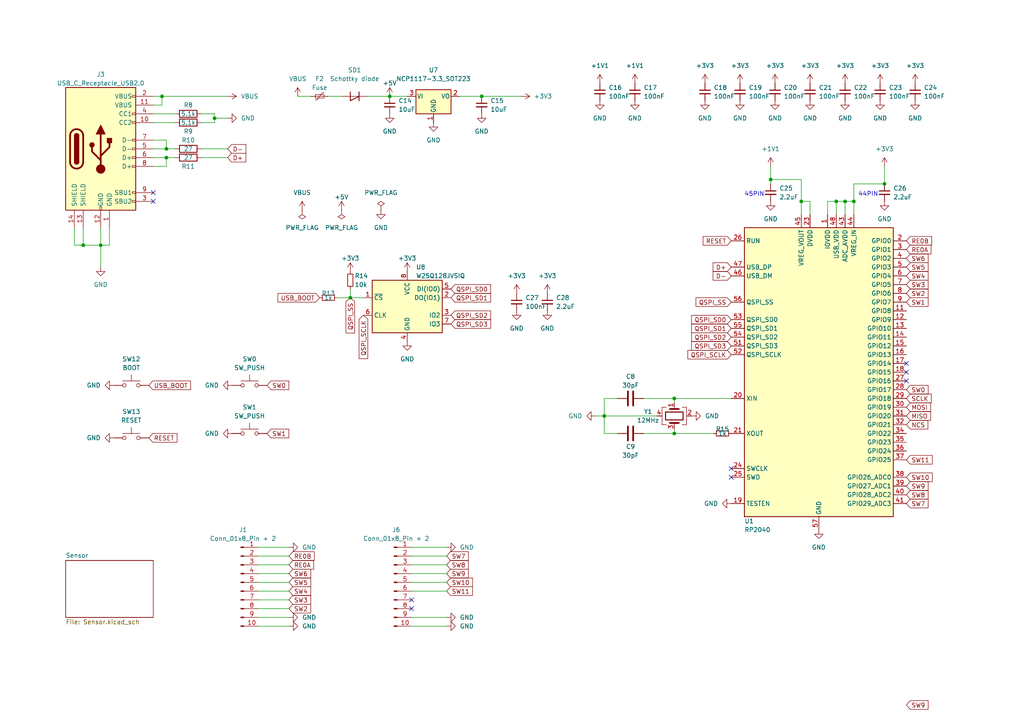
<source format=kicad_sch>
(kicad_sch (version 20230121) (generator eeschema)
  (paper "A4")
  (lib_symbols
    (symbol "Connector:Conn_01x10_Pin" (pin_names (offset 1.016) hide)
      (property "Reference" "J" (at 0 12.7 0))
      (property "Value" "Conn_01x10_Pin" (at 0 -15.24 0))
      (symbol "Conn_01x10_Pin_1_1"
        (polyline (pts (xy 1.27 -12.7) (xy 0.8636 -12.7)) (stroke (width 0.1524)))
        (polyline (pts (xy 1.27 -10.16) (xy 0.8636 -10.16)) (stroke (width 0.1524)))
        (polyline (pts (xy 1.27 -7.62) (xy 0.8636 -7.62)) (stroke (width 0.1524)))
        (polyline (pts (xy 1.27 -5.08) (xy 0.8636 -5.08)) (stroke (width 0.1524)))
        (polyline (pts (xy 1.27 -2.54) (xy 0.8636 -2.54)) (stroke (width 0.1524)))
        (polyline (pts (xy 1.27 0) (xy 0.8636 0)) (stroke (width 0.1524)))
        (polyline (pts (xy 1.27 2.54) (xy 0.8636 2.54)) (stroke (width 0.1524)))
        (polyline (pts (xy 1.27 5.08) (xy 0.8636 5.08)) (stroke (width 0.1524)))
        (polyline (pts (xy 1.27 7.62) (xy 0.8636 7.62)) (stroke (width 0.1524)))
        (polyline (pts (xy 1.27 10.16) (xy 0.8636 10.16)) (stroke (width 0.1524)))
        (rectangle (start 0.8636 -12.573) (end 0 -12.827) (stroke (width 0.1524)) (fill (type outline)))
        (rectangle (start 0.8636 -10.033) (end 0 -10.287) (stroke (width 0.1524)) (fill (type outline)))
        (rectangle (start 0.8636 -7.493) (end 0 -7.747) (stroke (width 0.1524)) (fill (type outline)))
        (rectangle (start 0.8636 -4.953) (end 0 -5.207) (stroke (width 0.1524)) (fill (type outline)))
        (rectangle (start 0.8636 -2.413) (end 0 -2.667) (stroke (width 0.1524)) (fill (type outline)))
        (rectangle (start 0.8636 0.127) (end 0 -0.127) (stroke (width 0.1524)) (fill (type outline)))
        (rectangle (start 0.8636 2.667) (end 0 2.413) (stroke (width 0.1524)) (fill (type outline)))
        (rectangle (start 0.8636 5.207) (end 0 4.953) (stroke (width 0.1524)) (fill (type outline)))
        (rectangle (start 0.8636 7.747) (end 0 7.493) (stroke (width 0.1524)) (fill (type outline)))
        (rectangle (start 0.8636 10.287) (end 0 10.033) (stroke (width 0.1524)) (fill (type outline)))
        (pin passive line (at 5.08 10.16 180) (length 3.81) (name "Pin_1") (number "1"))
        (pin passive line (at 5.08 -12.7 180) (length 3.81) (name "Pin_10") (number "10"))
        (pin passive line (at 5.08 7.62 180) (length 3.81) (name "Pin_2") (number "2"))
        (pin passive line (at 5.08 5.08 180) (length 3.81) (name "Pin_3") (number "3"))
        (pin passive line (at 5.08 2.54 180) (length 3.81) (name "Pin_4") (number "4"))
        (pin passive line (at 5.08 0 180) (length 3.81) (name "Pin_5") (number "5"))
        (pin passive line (at 5.08 -2.54 180) (length 3.81) (name "Pin_6") (number "6"))
        (pin passive line (at 5.08 -5.08 180) (length 3.81) (name "Pin_7") (number "7"))
        (pin passive line (at 5.08 -7.62 180) (length 3.81) (name "Pin_8") (number "8"))
        (pin passive line (at 5.08 -10.16 180) (length 3.81) (name "Pin_9") (number "9"))
      )
    )
    (symbol "Connector:USB_C_Receptacle_USB2.0" (pin_names (offset 1.016))
      (property "Reference" "J3" (at 0 21.59 0))
      (property "Value" "USB_C_Receptacle_USB2.0" (at 0 19.05 0))
      (symbol "USB_C_Receptacle_USB2.0_0_0"
        (rectangle (start -0.254 -17.78) (end 0.254 -16.764))
        (rectangle (start 10.16 -14.986) (end 9.144 -15.494))
        (rectangle (start 10.16 -12.446) (end 9.144 -12.954))
        (rectangle (start 10.16 -4.826) (end 9.144 -5.334))
        (rectangle (start 10.16 -2.286) (end 9.144 -2.794))
        (rectangle (start 10.16 0.254) (end 9.144 -0.254))
        (rectangle (start 10.16 2.794) (end 9.144 2.286))
        (rectangle (start 10.16 7.874) (end 9.144 7.366))
        (rectangle (start 10.16 10.414) (end 9.144 9.906))
        (rectangle (start 10.16 15.494) (end 9.144 14.986))
      )
      (symbol "USB_C_Receptacle_USB2.0_0_1"
        (rectangle (start -10.16 17.78) (end 10.16 -17.78) (stroke (width 0.254)) (fill (type background)))
        (arc (start -8.89 -3.81) (mid -6.985 -5.7067) (end -5.08 -3.81) (stroke (width 0.508)))
        (arc (start -7.62 -3.81) (mid -6.985 -4.4423) (end -6.35 -3.81) (stroke (width 0.254)))
        (arc (start -7.62 -3.81) (mid -6.985 -4.4423) (end -6.35 -3.81) (stroke (width 0.254)) (fill (type outline)))
        (rectangle (start -7.62 -3.81) (end -6.35 3.81) (stroke (width 0.254)) (fill (type outline)))
        (arc (start -6.35 3.81) (mid -6.985 4.4423) (end -7.62 3.81) (stroke (width 0.254)))
        (arc (start -6.35 3.81) (mid -6.985 4.4423) (end -7.62 3.81) (stroke (width 0.254)) (fill (type outline)))
        (arc (start -5.08 3.81) (mid -6.985 5.7067) (end -8.89 3.81) (stroke (width 0.508)))
        (circle (center -2.54 1.143) (radius 0.635) (stroke (width 0.254)) (fill (type outline)))
        (circle (center 0 -5.842) (radius 1.27) (fill (type outline)))
        (polyline (pts (xy -8.89 -3.81) (xy -8.89 3.81)) (stroke (width 0.508)))
        (polyline (pts (xy -5.08 3.81) (xy -5.08 -3.81)) (stroke (width 0.508)))
        (polyline (pts (xy 0 -5.842) (xy 0 4.318)) (stroke (width 0.508)))
        (polyline (pts (xy 0 -3.302) (xy -2.54 -0.762) (xy -2.54 0.508)) (stroke (width 0.508)))
        (polyline (pts (xy 0 -2.032) (xy 2.54 0.508) (xy 2.54 1.778)) (stroke (width 0.508)))
        (polyline (pts (xy -1.27 4.318) (xy 0 6.858) (xy 1.27 4.318) (xy -1.27 4.318)) (stroke (width 0.254)) (fill (type outline)))
        (rectangle (start 1.905 1.778) (end 3.175 3.048) (stroke (width 0.254)) (fill (type outline)))
      )
      (symbol "USB_C_Receptacle_USB2.0_1_1"
        (pin passive line (at 2.54 -22.86 90) (length 5.08) (name "GND") (number "1"))
        (pin bidirectional line (at 15.24 7.62 180) (length 5.08) (name "CC2") (number "10"))
        (pin passive line (at 15.24 12.7 180) (length 5.08) (name "VBUS") (number "11"))
        (pin passive line (at 0 -22.86 90) (length 5.08) (name "GND") (number "12"))
        (pin passive line (at -5.08 -22.86 90) (length 5.08) (name "SHIELD") (number "13"))
        (pin passive line (at -7.62 -22.86 90) (length 5.08) (name "SHIELD") (number "14"))
        (pin passive line (at 15.24 15.24 180) (length 5.08) (name "VBUS") (number "2"))
        (pin bidirectional line (at 15.24 -15.24 180) (length 5.08) (name "SBU2") (number "3"))
        (pin bidirectional line (at 15.24 10.16 180) (length 5.08) (name "CC1") (number "4"))
        (pin bidirectional line (at 15.24 0 180) (length 5.08) (name "D-") (number "5"))
        (pin bidirectional line (at 15.24 -2.54 180) (length 5.08) (name "D+") (number "6"))
        (pin bidirectional line (at 15.24 2.54 180) (length 5.08) (name "D-") (number "7"))
        (pin bidirectional line (at 15.24 -5.08 180) (length 5.08) (name "D+") (number "8"))
        (pin bidirectional line (at 15.24 -12.7 180) (length 5.08) (name "SBU1") (number "9"))
      )
    )
    (symbol "Device:C" (pin_numbers hide) (pin_names (offset 0.254))
      (property "Reference" "C" (at 0.635 2.54 0))
      (property "Value" "C" (at 0.635 -2.54 0))
      (symbol "C_0_1"
        (polyline (pts (xy -2.032 -0.762) (xy 2.032 -0.762)) (stroke (width 0.508)))
        (polyline (pts (xy -2.032 0.762) (xy 2.032 0.762)) (stroke (width 0.508)))
      )
      (symbol "C_1_1"
        (pin passive line (at 0 3.81 270) (length 2.794) (name "~") (number "1"))
        (pin passive line (at 0 -3.81 90) (length 2.794) (name "~") (number "2"))
      )
    )
    (symbol "Device:C_Small" (pin_numbers hide) (pin_names (offset 0.254) hide)
      (property "Reference" "C" (at 0.254 1.778 0))
      (property "Value" "C_Small" (at 0.254 -2.032 0))
      (symbol "C_Small_0_1"
        (polyline (pts (xy -1.524 -0.508) (xy 1.524 -0.508)) (stroke (width 0.3302)))
        (polyline (pts (xy -1.524 0.508) (xy 1.524 0.508)) (stroke (width 0.3048)))
      )
      (symbol "C_Small_1_1"
        (pin passive line (at 0 2.54 270) (length 2.032) (name "~") (number "1"))
        (pin passive line (at 0 -2.54 90) (length 2.032) (name "~") (number "2"))
      )
    )
    (symbol "Device:Crystal_GND24" (pin_names (offset 1.016) hide)
      (property "Reference" "Y" (at 3.175 5.08 0))
      (property "Value" "Crystal_GND24" (at 3.175 3.175 0))
      (symbol "Crystal_GND24_0_1"
        (rectangle (start -1.143 2.54) (end 1.143 -2.54) (stroke (width 0.3048)))
        (polyline (pts (xy -2.54 0) (xy -2.032 0)))
        (polyline (pts (xy -2.032 -1.27) (xy -2.032 1.27)) (stroke (width 0.508)))
        (polyline (pts (xy 0 -3.81) (xy 0 -3.556)))
        (polyline (pts (xy 0 3.556) (xy 0 3.81)))
        (polyline (pts (xy 2.032 -1.27) (xy 2.032 1.27)) (stroke (width 0.508)))
        (polyline (pts (xy 2.032 0) (xy 2.54 0)))
        (polyline (pts (xy -2.54 -2.286) (xy -2.54 -3.556) (xy 2.54 -3.556) (xy 2.54 -2.286)))
        (polyline (pts (xy -2.54 2.286) (xy -2.54 3.556) (xy 2.54 3.556) (xy 2.54 2.286)))
      )
      (symbol "Crystal_GND24_1_1"
        (pin passive line (at -3.81 0 0) (length 1.27) (name "1") (number "1"))
        (pin passive line (at 0 5.08 270) (length 1.27) (name "2") (number "2"))
        (pin passive line (at 3.81 0 180) (length 1.27) (name "3") (number "3"))
        (pin passive line (at 0 -5.08 90) (length 1.27) (name "4") (number "4"))
      )
    )
    (symbol "Device:D_Shockley" (pin_numbers hide) (pin_names (offset 1.016) hide)
      (property "Reference" "D" (at 0 2.54 0))
      (property "Value" "D_Shockley" (at 0 -2.54 0))
      (symbol "D_Shockley_0_1"
        (polyline (pts (xy -1.27 0) (xy 1.27 0)))
        (polyline (pts (xy -1.27 1.27) (xy -1.27 -1.27)) (stroke (width 0.254)))
        (polyline (pts (xy -1.27 0) (xy 1.27 1.27) (xy 1.27 -1.27)) (stroke (width 0.254)))
      )
      (symbol "D_Shockley_1_1"
        (pin passive line (at -3.81 0 0) (length 2.54) (name "K") (number "1"))
        (pin passive line (at 3.81 0 180) (length 2.54) (name "A") (number "2"))
      )
    )
    (symbol "Device:Polyfuse_Small" (pin_numbers hide) (pin_names (offset 0))
      (property "Reference" "F" (at -1.905 0 90))
      (property "Value" "Polyfuse_Small" (at 1.905 0 90))
      (symbol "Polyfuse_Small_0_1"
        (rectangle (start -0.508 1.27) (end 0.508 -1.27))
        (polyline (pts (xy 0 2.54) (xy 0 -2.54)))
        (polyline (pts (xy -1.016 1.27) (xy -1.016 0.762) (xy 1.016 -0.762) (xy 1.016 -1.27)))
      )
      (symbol "Polyfuse_Small_1_1"
        (pin passive line (at 0 2.54 270) (length 0.635) (name "~") (number "1"))
        (pin passive line (at 0 -2.54 90) (length 0.635) (name "~") (number "2"))
      )
    )
    (symbol "Device:R" (pin_numbers hide) (pin_names (offset 0))
      (property "Reference" "R" (at 2.032 0 90))
      (property "Value" "R" (at 0 0 90))
      (symbol "R_0_1"
        (rectangle (start -1.016 -2.54) (end 1.016 2.54) (stroke (width 0.254)))
      )
      (symbol "R_1_1"
        (pin passive line (at 0 3.81 270) (length 1.27) (name "~") (number "1"))
        (pin passive line (at 0 -3.81 90) (length 1.27) (name "~") (number "2"))
      )
    )
    (symbol "Device:R_Small" (pin_numbers hide) (pin_names (offset 0.254) hide)
      (property "Reference" "R" (at 0.762 0.508 0))
      (property "Value" "R_Small" (at 0.762 -1.016 0))
      (symbol "R_Small_0_1"
        (rectangle (start -0.762 1.778) (end 0.762 -1.778) (stroke (width 0.2032)))
      )
      (symbol "R_Small_1_1"
        (pin passive line (at 0 2.54 270) (length 0.762) (name "~") (number "1"))
        (pin passive line (at 0 -2.54 90) (length 0.762) (name "~") (number "2"))
      )
    )
    (symbol "MCU_RaspberryPi:RP2040"
      (property "Reference" "U" (at 17.78 45.72 0))
      (property "Value" "RP2040" (at 17.78 43.18 0))
      (symbol "RP2040_0_1"
        (rectangle (start -21.59 41.91) (end 21.59 -41.91) (stroke (width 0.254)) (fill (type background)))
      )
      (symbol "RP2040_1_1"
        (pin power_in line (at 2.54 45.72 270) (length 3.81) (name "IOVDD") (number "1"))
        (pin passive line (at 2.54 45.72 270) (length 3.81) hide (name "IOVDD") (number "10"))
        (pin bidirectional line (at 25.4 17.78 180) (length 3.81) (name "GPIO8") (number "11"))
        (pin bidirectional line (at 25.4 15.24 180) (length 3.81) (name "GPIO9") (number "12"))
        (pin bidirectional line (at 25.4 12.7 180) (length 3.81) (name "GPIO10") (number "13"))
        (pin bidirectional line (at 25.4 10.16 180) (length 3.81) (name "GPIO11") (number "14"))
        (pin bidirectional line (at 25.4 7.62 180) (length 3.81) (name "GPIO12") (number "15"))
        (pin bidirectional line (at 25.4 5.08 180) (length 3.81) (name "GPIO13") (number "16"))
        (pin bidirectional line (at 25.4 2.54 180) (length 3.81) (name "GPIO14") (number "17"))
        (pin bidirectional line (at 25.4 0 180) (length 3.81) (name "GPIO15") (number "18"))
        (pin input line (at -25.4 -38.1 0) (length 3.81) (name "TESTEN") (number "19"))
        (pin bidirectional line (at 25.4 38.1 180) (length 3.81) (name "GPIO0") (number "2"))
        (pin input line (at -25.4 -7.62 0) (length 3.81) (name "XIN") (number "20"))
        (pin passive line (at -25.4 -17.78 0) (length 3.81) (name "XOUT") (number "21"))
        (pin passive line (at 2.54 45.72 270) (length 3.81) hide (name "IOVDD") (number "22"))
        (pin power_in line (at -2.54 45.72 270) (length 3.81) (name "DVDD") (number "23"))
        (pin input line (at -25.4 -27.94 0) (length 3.81) (name "SWCLK") (number "24"))
        (pin bidirectional line (at -25.4 -30.48 0) (length 3.81) (name "SWD") (number "25"))
        (pin input line (at -25.4 38.1 0) (length 3.81) (name "RUN") (number "26"))
        (pin bidirectional line (at 25.4 -2.54 180) (length 3.81) (name "GPIO16") (number "27"))
        (pin bidirectional line (at 25.4 -5.08 180) (length 3.81) (name "GPIO17") (number "28"))
        (pin bidirectional line (at 25.4 -7.62 180) (length 3.81) (name "GPIO18") (number "29"))
        (pin bidirectional line (at 25.4 35.56 180) (length 3.81) (name "GPIO1") (number "3"))
        (pin bidirectional line (at 25.4 -10.16 180) (length 3.81) (name "GPIO19") (number "30"))
        (pin bidirectional line (at 25.4 -12.7 180) (length 3.81) (name "GPIO20") (number "31"))
        (pin bidirectional line (at 25.4 -15.24 180) (length 3.81) (name "GPIO21") (number "32"))
        (pin passive line (at 2.54 45.72 270) (length 3.81) hide (name "IOVDD") (number "33"))
        (pin bidirectional line (at 25.4 -17.78 180) (length 3.81) (name "GPIO22") (number "34"))
        (pin bidirectional line (at 25.4 -20.32 180) (length 3.81) (name "GPIO23") (number "35"))
        (pin bidirectional line (at 25.4 -22.86 180) (length 3.81) (name "GPIO24") (number "36"))
        (pin bidirectional line (at 25.4 -25.4 180) (length 3.81) (name "GPIO25") (number "37"))
        (pin bidirectional line (at 25.4 -30.48 180) (length 3.81) (name "GPIO26_ADC0") (number "38"))
        (pin bidirectional line (at 25.4 -33.02 180) (length 3.81) (name "GPIO27_ADC1") (number "39"))
        (pin bidirectional line (at 25.4 33.02 180) (length 3.81) (name "GPIO2") (number "4"))
        (pin bidirectional line (at 25.4 -35.56 180) (length 3.81) (name "GPIO28_ADC2") (number "40"))
        (pin bidirectional line (at 25.4 -38.1 180) (length 3.81) (name "GPIO29_ADC3") (number "41"))
        (pin passive line (at 2.54 45.72 270) (length 3.81) hide (name "IOVDD") (number "42"))
        (pin power_in line (at 7.62 45.72 270) (length 3.81) (name "ADC_AVDD") (number "43"))
        (pin power_in line (at 10.16 45.72 270) (length 3.81) (name "VREG_IN") (number "44"))
        (pin power_out line (at -5.08 45.72 270) (length 3.81) (name "VREG_VOUT") (number "45"))
        (pin bidirectional line (at -25.4 27.94 0) (length 3.81) (name "USB_DM") (number "46"))
        (pin bidirectional line (at -25.4 30.48 0) (length 3.81) (name "USB_DP") (number "47"))
        (pin power_in line (at 5.08 45.72 270) (length 3.81) (name "USB_VDD") (number "48"))
        (pin passive line (at 2.54 45.72 270) (length 3.81) hide (name "IOVDD") (number "49"))
        (pin bidirectional line (at 25.4 30.48 180) (length 3.81) (name "GPIO3") (number "5"))
        (pin passive line (at -2.54 45.72 270) (length 3.81) hide (name "DVDD") (number "50"))
        (pin bidirectional line (at -25.4 7.62 0) (length 3.81) (name "QSPI_SD3") (number "51"))
        (pin output line (at -25.4 5.08 0) (length 3.81) (name "QSPI_SCLK") (number "52"))
        (pin bidirectional line (at -25.4 15.24 0) (length 3.81) (name "QSPI_SD0") (number "53"))
        (pin bidirectional line (at -25.4 10.16 0) (length 3.81) (name "QSPI_SD2") (number "54"))
        (pin bidirectional line (at -25.4 12.7 0) (length 3.81) (name "QSPI_SD1") (number "55"))
        (pin bidirectional line (at -25.4 20.32 0) (length 3.81) (name "QSPI_SS") (number "56"))
        (pin power_in line (at 0 -45.72 90) (length 3.81) (name "GND") (number "57"))
        (pin bidirectional line (at 25.4 27.94 180) (length 3.81) (name "GPIO4") (number "6"))
        (pin bidirectional line (at 25.4 25.4 180) (length 3.81) (name "GPIO5") (number "7"))
        (pin bidirectional line (at 25.4 22.86 180) (length 3.81) (name "GPIO6") (number "8"))
        (pin bidirectional line (at 25.4 20.32 180) (length 3.81) (name "GPIO7") (number "9"))
      )
    )
    (symbol "Memory_Flash:W25Q128JVS"
      (property "Reference" "U" (at -8.89 8.89 0))
      (property "Value" "W25Q128JVS" (at 7.62 8.89 0))
      (symbol "W25Q128JVS_0_1"
        (rectangle (start -10.16 7.62) (end 10.16 -7.62) (stroke (width 0.254)) (fill (type background)))
      )
      (symbol "W25Q128JVS_1_1"
        (pin input line (at -12.7 2.54 0) (length 2.54) (name "~{CS}") (number "1"))
        (pin bidirectional line (at 12.7 2.54 180) (length 2.54) (name "DO(IO1)") (number "2"))
        (pin bidirectional line (at 12.7 -2.54 180) (length 2.54) (name "IO2") (number "3"))
        (pin power_in line (at 0 -10.16 90) (length 2.54) (name "GND") (number "4"))
        (pin bidirectional line (at 12.7 5.08 180) (length 2.54) (name "DI(IO0)") (number "5"))
        (pin input line (at -12.7 -2.54 0) (length 2.54) (name "CLK") (number "6"))
        (pin bidirectional line (at 12.7 -5.08 180) (length 2.54) (name "IO3") (number "7"))
        (pin power_in line (at 0 10.16 270) (length 2.54) (name "VCC") (number "8"))
      )
    )
    (symbol "Regulator_Linear:NCP1117-3.3_SOT223" (pin_names (offset 0.254))
      (property "Reference" "U" (at -3.81 3.175 0))
      (property "Value" "NCP1117-3.3_SOT223" (at 0 3.175 0))
      (symbol "NCP1117-3.3_SOT223_0_1"
        (rectangle (start -5.08 -5.08) (end 5.08 1.905) (stroke (width 0.254)) (fill (type background)))
      )
      (symbol "NCP1117-3.3_SOT223_1_1"
        (pin power_in line (at 0 -7.62 90) (length 2.54) (name "GND") (number "1"))
        (pin power_out line (at 7.62 0 180) (length 2.54) (name "VO") (number "2"))
        (pin power_in line (at -7.62 0 0) (length 2.54) (name "VI") (number "3"))
      )
    )
    (symbol "Switch:SW_Push" (pin_numbers hide) (pin_names (offset 1.016) hide)
      (property "Reference" "SW" (at 1.27 2.54 0))
      (property "Value" "SW_Push" (at 0 -1.524 0))
      (symbol "SW_Push_0_1"
        (circle (center -2.032 0) (radius 0.508))
        (polyline (pts (xy 0 1.27) (xy 0 3.048)))
        (polyline (pts (xy 2.54 1.27) (xy -2.54 1.27)))
        (circle (center 2.032 0) (radius 0.508))
        (pin passive line (at -5.08 0 0) (length 2.54) (name "1") (number "1"))
        (pin passive line (at 5.08 0 180) (length 2.54) (name "2") (number "2"))
      )
    )
    (symbol "power:+1V1" (power) (pin_names (offset 0))
      (property "Value" "+1V1" (at 0 3.556 0))
      (symbol "+1V1_0_1"
        (polyline (pts (xy -0.762 1.27) (xy 0 2.54)))
        (polyline (pts (xy 0 0) (xy 0 2.54)))
        (polyline (pts (xy 0 2.54) (xy 0.762 1.27)))
      )
      (symbol "+1V1_1_1"
        (pin power_in line (at 0 0 90) (length 0) hide (name "+1V1") (number "1"))
      )
    )
    (symbol "power:+3V3" (power) (pin_names (offset 0))
      (property "Value" "+3V3" (at 0 3.556 0))
      (symbol "+3V3_0_1"
        (polyline (pts (xy -0.762 1.27) (xy 0 2.54)))
        (polyline (pts (xy 0 0) (xy 0 2.54)))
        (polyline (pts (xy 0 2.54) (xy 0.762 1.27)))
      )
      (symbol "+3V3_1_1"
        (pin power_in line (at 0 0 90) (length 0) hide (name "+3V3") (number "1"))
      )
    )
    (symbol "power:+5V" (power) (pin_names (offset 0))
      (property "Value" "+5V" (at 0 3.556 0))
      (symbol "+5V_0_1"
        (polyline (pts (xy -0.762 1.27) (xy 0 2.54)))
        (polyline (pts (xy 0 0) (xy 0 2.54)))
        (polyline (pts (xy 0 2.54) (xy 0.762 1.27)))
      )
      (symbol "+5V_1_1"
        (pin power_in line (at 0 0 90) (length 0) hide (name "+5V") (number "1"))
      )
    )
    (symbol "power:GND" (power) (pin_names (offset 0))
      (property "Value" "GND" (at 0 -3.81 0))
      (symbol "GND_0_1"
        (polyline (pts (xy 0 0) (xy 0 -1.27) (xy 1.27 -1.27) (xy 0 -2.54) (xy -1.27 -1.27) (xy 0 -1.27)))
      )
      (symbol "GND_1_1"
        (pin power_in line (at 0 0 270) (length 0) hide (name "GND") (number "1"))
      )
    )
    (symbol "power:PWR_FLAG" (power) (pin_numbers hide) (pin_names (offset 0) hide)
      (property "Value" "PWR_FLAG" (at 0 3.81 0))
      (symbol "PWR_FLAG_0_0"
        (pin power_out line (at 0 0 90) (length 0) (name "pwr") (number "1"))
      )
      (symbol "PWR_FLAG_0_1"
        (polyline (pts (xy 0 0) (xy 0 1.27) (xy -1.016 1.905) (xy 0 2.54) (xy 1.016 1.905) (xy 0 1.27)))
      )
    )
    (symbol "power:VBUS" (power) (pin_names (offset 0))
      (property "Value" "VBUS" (at 0 3.81 0))
      (symbol "VBUS_0_1"
        (polyline (pts (xy -0.762 1.27) (xy 0 2.54)))
        (polyline (pts (xy 0 0) (xy 0 2.54)))
        (polyline (pts (xy 0 2.54) (xy 0.762 1.27)))
      )
      (symbol "VBUS_1_1"
        (pin power_in line (at 0 0 90) (length 0) hide (name "VBUS") (number "1"))
      )
    )
  )
  (junction (at 48.26 45.72))
  (junction (at 247.65 58.42))
  (junction (at 245.11 58.42))
  (junction (at 29.21 71.12))
  (junction (at 24.13 71.12))
  (junction (at 242.57 58.42))
  (junction (at 223.52 52.07))
  (junction (at 48.26 43.18))
  (junction (at 139.7 27.94))
  (junction (at 46.99 27.94))
  (junction (at 256.54 53.34))
  (junction (at 175.26 120.65))
  (junction (at 113.03 27.94))
  (junction (at 195.58 125.73))
  (junction (at 232.41 58.42))
  (junction (at 195.58 115.57))
  (junction (at 62.23 34.29))
  (junction (at 101.6 86.36))
  (no_connect (at 262.89 107.95))
  (no_connect (at 44.45 55.88))
  (no_connect (at 44.45 58.42))
  (no_connect (at 119.38 176.53))
  (no_connect (at 119.38 173.99))
  (no_connect (at 262.89 105.41))
  (no_connect (at 212.09 138.43))
  (no_connect (at 212.09 135.89))
  (no_connect (at 262.89 110.49))
  (wire (pts (xy 29.21 71.12) (xy 31.75 71.12)))
  (wire (pts (xy 119.38 163.83) (xy 129.54 163.83)))
  (wire (pts (xy 186.69 115.57) (xy 195.58 115.57)))
  (wire (pts (xy 74.93 158.75) (xy 83.82 158.75)))
  (wire (pts (xy 62.23 35.56) (xy 62.23 34.29)))
  (wire (pts (xy 74.93 171.45) (xy 83.82 171.45)))
  (wire (pts (xy 44.45 48.26) (xy 48.26 48.26)))
  (wire (pts (xy 62.23 34.29) (xy 66.04 34.29)))
  (wire (pts (xy 44.45 43.18) (xy 48.26 43.18)))
  (wire (pts (xy 175.26 120.65) (xy 175.26 125.73)))
  (wire (pts (xy 74.93 166.37) (xy 83.82 166.37)))
  (wire (pts (xy 48.26 45.72) (xy 50.8 45.72)))
  (wire (pts (xy 119.38 161.29) (xy 129.54 161.29)))
  (wire (pts (xy 101.6 86.36) (xy 105.41 86.36)))
  (wire (pts (xy 86.36 27.94) (xy 90.17 27.94)))
  (wire (pts (xy 44.45 27.94) (xy 46.99 27.94)))
  (wire (pts (xy 245.11 58.42) (xy 247.65 58.42)))
  (wire (pts (xy 48.26 40.64) (xy 48.26 43.18)))
  (wire (pts (xy 195.58 125.73) (xy 207.01 125.73)))
  (wire (pts (xy 113.03 27.94) (xy 118.11 27.94)))
  (wire (pts (xy 179.07 115.57) (xy 175.26 115.57)))
  (wire (pts (xy 74.93 181.61) (xy 83.82 181.61)))
  (wire (pts (xy 212.09 115.57) (xy 195.58 115.57)))
  (wire (pts (xy 240.03 58.42) (xy 242.57 58.42)))
  (wire (pts (xy 74.93 168.91) (xy 83.82 168.91)))
  (wire (pts (xy 95.25 27.94) (xy 99.06 27.94)))
  (wire (pts (xy 74.93 161.29) (xy 83.82 161.29)))
  (wire (pts (xy 232.41 58.42) (xy 232.41 62.23)))
  (wire (pts (xy 242.57 58.42) (xy 242.57 62.23)))
  (wire (pts (xy 256.54 53.34) (xy 247.65 53.34)))
  (wire (pts (xy 139.7 27.94) (xy 151.13 27.94)))
  (wire (pts (xy 119.38 168.91) (xy 129.54 168.91)))
  (wire (pts (xy 133.35 27.94) (xy 139.7 27.94)))
  (wire (pts (xy 234.95 58.42) (xy 232.41 58.42)))
  (wire (pts (xy 242.57 58.42) (xy 245.11 58.42)))
  (wire (pts (xy 46.99 27.94) (xy 66.04 27.94)))
  (wire (pts (xy 46.99 30.48) (xy 46.99 27.94)))
  (wire (pts (xy 44.45 45.72) (xy 48.26 45.72)))
  (wire (pts (xy 234.95 58.42) (xy 234.95 62.23)))
  (wire (pts (xy 119.38 166.37) (xy 129.54 166.37)))
  (wire (pts (xy 21.59 71.12) (xy 24.13 71.12)))
  (wire (pts (xy 31.75 66.04) (xy 31.75 71.12)))
  (wire (pts (xy 186.69 125.73) (xy 195.58 125.73)))
  (wire (pts (xy 223.52 52.07) (xy 223.52 53.34)))
  (wire (pts (xy 106.68 27.94) (xy 113.03 27.94)))
  (wire (pts (xy 62.23 33.02) (xy 62.23 34.29)))
  (wire (pts (xy 195.58 124.46) (xy 195.58 125.73)))
  (wire (pts (xy 175.26 120.65) (xy 190.5 120.65)))
  (wire (pts (xy 44.45 40.64) (xy 48.26 40.64)))
  (wire (pts (xy 24.13 66.04) (xy 24.13 71.12)))
  (wire (pts (xy 245.11 58.42) (xy 245.11 62.23)))
  (wire (pts (xy 119.38 179.07) (xy 129.54 179.07)))
  (wire (pts (xy 179.07 125.73) (xy 175.26 125.73)))
  (wire (pts (xy 256.54 48.26) (xy 256.54 53.34)))
  (wire (pts (xy 172.72 120.65) (xy 175.26 120.65)))
  (wire (pts (xy 58.42 45.72) (xy 66.04 45.72)))
  (wire (pts (xy 223.52 48.26) (xy 223.52 52.07)))
  (wire (pts (xy 48.26 48.26) (xy 48.26 45.72)))
  (wire (pts (xy 175.26 115.57) (xy 175.26 120.65)))
  (wire (pts (xy 119.38 158.75) (xy 129.54 158.75)))
  (wire (pts (xy 58.42 43.18) (xy 66.04 43.18)))
  (wire (pts (xy 48.26 43.18) (xy 50.8 43.18)))
  (wire (pts (xy 223.52 52.07) (xy 232.41 52.07)))
  (wire (pts (xy 240.03 58.42) (xy 240.03 62.23)))
  (wire (pts (xy 119.38 171.45) (xy 129.54 171.45)))
  (wire (pts (xy 195.58 115.57) (xy 195.58 116.84)))
  (wire (pts (xy 74.93 173.99) (xy 83.82 173.99)))
  (wire (pts (xy 44.45 30.48) (xy 46.99 30.48)))
  (wire (pts (xy 101.6 83.82) (xy 101.6 86.36)))
  (wire (pts (xy 74.93 163.83) (xy 83.82 163.83)))
  (wire (pts (xy 21.59 66.04) (xy 21.59 71.12)))
  (wire (pts (xy 119.38 181.61) (xy 129.54 181.61)))
  (wire (pts (xy 232.41 52.07) (xy 232.41 58.42)))
  (wire (pts (xy 74.93 179.07) (xy 83.82 179.07)))
  (wire (pts (xy 44.45 35.56) (xy 50.8 35.56)))
  (wire (pts (xy 24.13 71.12) (xy 29.21 71.12)))
  (wire (pts (xy 58.42 33.02) (xy 62.23 33.02)))
  (wire (pts (xy 97.79 86.36) (xy 101.6 86.36)))
  (wire (pts (xy 44.45 33.02) (xy 50.8 33.02)))
  (wire (pts (xy 58.42 35.56) (xy 62.23 35.56)))
  (wire (pts (xy 29.21 71.12) (xy 29.21 77.47)))
  (wire (pts (xy 29.21 66.04) (xy 29.21 71.12)))
  (wire (pts (xy 74.93 176.53) (xy 83.82 176.53)))
  (wire (pts (xy 247.65 53.34) (xy 247.65 58.42)))
  (wire (pts (xy 247.65 58.42) (xy 247.65 62.23)))
  (text "45PIN" (at 215.9 57.15 0) (effects (font (size 1.27 1.27)) (justify left bottom)))
  (text "44PIN" (at 248.92 57.15 0) (effects (font (size 1.27 1.27)) (justify left bottom)))
  (global_label "QSPI_SD2" (shape input) (at 130.81 91.44 0) (property "Intersheetrefs" "${INTERSHEET_REFS}" (effects hide)))
  (global_label "QSPI_SCLK" (shape input) (at 212.09 102.87 180) (property "Intersheetrefs" "${INTERSHEET_REFS}" (effects hide)))
  (global_label "SW4" (shape input) (at 262.89 80.01 0) (property "Intersheetrefs" "${INTERSHEET_REFS}" (effects hide)))
  (global_label "RE0A" (shape input) (at 83.82 163.83 0) (property "Intersheetrefs" "${INTERSHEET_REFS}" (effects hide)))
  (global_label "SW6" (shape input) (at 262.89 74.93 0) (property "Intersheetrefs" "${INTERSHEET_REFS}" (effects hide)))
  (global_label "SW5" (shape input) (at 83.82 168.91 0) (property "Intersheetrefs" "${INTERSHEET_REFS}" (effects hide)))
  (global_label "QSPI_SD1" (shape input) (at 130.81 86.36 0) (property "Intersheetrefs" "${INTERSHEET_REFS}" (effects hide)))
  (global_label "QSPI_SD0" (shape input) (at 212.09 92.71 180) (property "Intersheetrefs" "${INTERSHEET_REFS}" (effects hide)))
  (global_label "RESET" (shape input) (at 43.18 127 0) (property "Intersheetrefs" "${INTERSHEET_REFS}" (effects hide)))
  (global_label "SW9" (shape input) (at 129.54 166.37 0) (property "Intersheetrefs" "${INTERSHEET_REFS}" (effects hide)))
  (global_label "D+" (shape input) (at 66.04 45.72 0) (property "Intersheetrefs" "${INTERSHEET_REFS}" (effects hide)))
  (global_label "SW0" (shape input) (at 262.89 113.03 0) (property "Intersheetrefs" "${INTERSHEET_REFS}" (effects hide)))
  (global_label "SW4" (shape input) (at 83.82 171.45 0) (property "Intersheetrefs" "${INTERSHEET_REFS}" (effects hide)))
  (global_label "SW8" (shape input) (at 262.89 143.51 0) (property "Intersheetrefs" "${INTERSHEET_REFS}" (effects hide)))
  (global_label "SW1" (shape input) (at 262.89 87.63 0) (property "Intersheetrefs" "${INTERSHEET_REFS}" (effects hide)))
  (global_label "MOSI" (shape input) (at 262.89 118.11 0) (property "Intersheetrefs" "${INTERSHEET_REFS}" (effects hide)))
  (global_label "RE0A" (shape input) (at 262.89 72.39 0) (property "Intersheetrefs" "${INTERSHEET_REFS}" (effects hide)))
  (global_label "SW7" (shape input) (at 262.89 146.05 0) (property "Intersheetrefs" "${INTERSHEET_REFS}" (effects hide)))
  (global_label "SW9" (shape input) (at 262.89 140.97 0) (property "Intersheetrefs" "${INTERSHEET_REFS}" (effects hide)))
  (global_label "SW3" (shape input) (at 262.89 82.55 0) (property "Intersheetrefs" "${INTERSHEET_REFS}" (effects hide)))
  (global_label "QSPI_SD1" (shape input) (at 212.09 95.25 180) (property "Intersheetrefs" "${INTERSHEET_REFS}" (effects hide)))
  (global_label "D-" (shape input) (at 66.04 43.18 0) (property "Intersheetrefs" "${INTERSHEET_REFS}" (effects hide)))
  (global_label "MISO" (shape input) (at 262.89 120.65 0) (property "Intersheetrefs" "${INTERSHEET_REFS}" (effects hide)))
  (global_label "SW2" (shape input) (at 262.89 85.09 0) (property "Intersheetrefs" "${INTERSHEET_REFS}" (effects hide)))
  (global_label "QSPI_SD0" (shape input) (at 130.81 83.82 0) (property "Intersheetrefs" "${INTERSHEET_REFS}" (effects hide)))
  (global_label "QSPI_SCLK" (shape input) (at 105.41 91.44 270) (property "Intersheetrefs" "${INTERSHEET_REFS}" (effects hide)))
  (global_label "SW8" (shape input) (at 129.54 163.83 0) (property "Intersheetrefs" "${INTERSHEET_REFS}" (effects hide)))
  (global_label "SW6" (shape input) (at 83.82 166.37 0) (property "Intersheetrefs" "${INTERSHEET_REFS}" (effects hide)))
  (global_label "RE0B" (shape input) (at 83.82 161.29 0) (property "Intersheetrefs" "${INTERSHEET_REFS}" (effects hide)))
  (global_label "QSPI_SD3" (shape input) (at 212.09 100.33 180) (property "Intersheetrefs" "${INTERSHEET_REFS}" (effects hide)))
  (global_label "USB_BOOT" (shape input) (at 43.18 111.76 0) (property "Intersheetrefs" "${INTERSHEET_REFS}" (effects hide)))
  (global_label "D-" (shape input) (at 212.09 80.01 180) (property "Intersheetrefs" "${INTERSHEET_REFS}" (effects hide)))
  (global_label "D+" (shape input) (at 212.09 77.47 180) (property "Intersheetrefs" "${INTERSHEET_REFS}" (effects hide)))
  (global_label "SW5" (shape input) (at 262.89 77.47 0) (property "Intersheetrefs" "${INTERSHEET_REFS}" (effects hide)))
  (global_label "SW9" (shape input) (at 262.89 204.47 0) (property "Intersheetrefs" "${INTERSHEET_REFS}" (effects hide)))
  (global_label "QSPI_SS" (shape input) (at 101.6 86.36 270) (property "Intersheetrefs" "${INTERSHEET_REFS}" (effects hide)))
  (global_label "SW11" (shape input) (at 262.89 133.35 0) (property "Intersheetrefs" "${INTERSHEET_REFS}" (effects hide)))
  (global_label "SW11" (shape input) (at 129.54 171.45 0) (property "Intersheetrefs" "${INTERSHEET_REFS}" (effects hide)))
  (global_label "SCLK" (shape input) (at 262.89 115.57 0) (property "Intersheetrefs" "${INTERSHEET_REFS}" (effects hide)))
  (global_label "QSPI_SS" (shape input) (at 212.09 87.63 180) (property "Intersheetrefs" "${INTERSHEET_REFS}" (effects hide)))
  (global_label "SW2" (shape input) (at 83.82 176.53 0) (property "Intersheetrefs" "${INTERSHEET_REFS}" (effects hide)))
  (global_label "SW1" (shape input) (at 77.47 125.73 0) (property "Intersheetrefs" "${INTERSHEET_REFS}" (effects hide)))
  (global_label "RESET" (shape input) (at 212.09 69.85 180) (property "Intersheetrefs" "${INTERSHEET_REFS}" (effects hide)))
  (global_label "RE0B" (shape input) (at 262.89 69.85 0) (property "Intersheetrefs" "${INTERSHEET_REFS}" (effects hide)))
  (global_label "SW7" (shape input) (at 129.54 161.29 0) (property "Intersheetrefs" "${INTERSHEET_REFS}" (effects hide)))
  (global_label "SW10" (shape input) (at 129.54 168.91 0) (property "Intersheetrefs" "${INTERSHEET_REFS}" (effects hide)))
  (global_label "QSPI_SD2" (shape input) (at 212.09 97.79 180) (property "Intersheetrefs" "${INTERSHEET_REFS}" (effects hide)))
  (global_label "SW0" (shape input) (at 77.47 111.76 0) (property "Intersheetrefs" "${INTERSHEET_REFS}" (effects hide)))
  (global_label "NCS" (shape input) (at 262.89 123.19 0) (property "Intersheetrefs" "${INTERSHEET_REFS}" (effects hide)))
  (global_label "QSPI_SD3" (shape input) (at 130.81 93.98 0) (property "Intersheetrefs" "${INTERSHEET_REFS}" (effects hide)))
  (global_label "SW10" (shape input) (at 262.89 138.43 0) (property "Intersheetrefs" "${INTERSHEET_REFS}" (effects hide)))
  (global_label "SW3" (shape input) (at 83.82 173.99 0) (property "Intersheetrefs" "${INTERSHEET_REFS}" (effects hide)))
  (global_label "USB_BOOT" (shape input) (at 92.71 86.36 180) (property "Intersheetrefs" "${INTERSHEET_REFS}" (effects hide)))
  (symbol (lib_id "Regulator_Linear:NCP1117-3.3_SOT223") (at 125.73 27.94 0) (unit 1)
    (property "Reference" "U7" (at 125.73 20.32 0))
    (property "Value" "NCP1117-3.3_SOT223" (at 125.73 22.86 0))
    (property "Footprint" "Package_TO_SOT_SMD:SOT-223" (effects hide))
    (property "Datasheet" "http://www.onsemi.com/pub_link/Collateral/NCP1117-D.PDF" (effects hide))
    (property "LCSC" "C6186" (effects hide))
    (property "フィールド4" "Basic" (effects hide))
  )
  (symbol (lib_id "power:GND") (at 149.86 90.17 0) (unit 1)
    (property "Reference" "#PWR070" (effects hide))
    (property "Value" "GND" (at 149.86 95.25 0))
  )
  (symbol (lib_id "power:GND") (at 200.66 120.65 90) (mirror x) (unit 1)
    (property "Reference" "#PWR016" (effects hide))
    (property "Value" "GND" (at 204.47 120.65 90) (effects (justify right)))
  )
  (symbol (lib_id "power:+3V3") (at 256.54 48.26 0) (unit 1)
    (property "Reference" "#PWR062" (effects hide))
    (property "Value" "+3V3" (at 256.54 43.18 0))
  )
  (symbol (lib_id "Switch:SW_Push") (at 72.39 111.76 0) (unit 1)
    (property "Reference" "SW0" (at 72.39 104.14 0))
    (property "Value" "SW_PUSH" (at 72.39 106.68 0))
    (property "Footprint" "0:SW-TH_L6.2-W6.2-P5.00" (effects hide))
    (property "LCSC" "C400268" (effects hide))
    (property "フィールド4" "Extended" (effects hide))
  )
  (symbol (lib_id "Device:C_Small") (at 113.03 30.48 0) (unit 1)
    (property "Reference" "C14" (at 115.57 29.2163 0) (effects (justify left)))
    (property "Value" "10uF" (at 115.57 31.7563 0) (effects (justify left)))
    (property "Footprint" "Capacitor_SMD:C_1206_3216Metric" (effects hide))
    (property "LCSC" "C13585" (effects hide))
    (property "フィールド4" "Basic" (effects hide))
  )
  (symbol (lib_id "Device:C_Small") (at 139.7 30.48 0) (unit 1)
    (property "Reference" "C15" (at 142.24 29.2163 0) (effects (justify left)))
    (property "Value" "10uF" (at 142.24 31.7563 0) (effects (justify left)))
    (property "Footprint" "Capacitor_SMD:C_1206_3216Metric" (effects hide))
    (property "LCSC" "C13585" (effects hide))
    (property "フィールド4" "Basic" (effects hide))
  )
  (symbol (lib_id "power:+3V3") (at 234.95 24.13 0) (unit 1)
    (property "Reference" "#PWR049" (effects hide))
    (property "Value" "+3V3" (at 234.95 19.05 0))
  )
  (symbol (lib_id "Device:R_Small") (at 101.6 81.28 0) (unit 1)
    (property "Reference" "R14" (at 102.87 80.0099 0) (effects (justify left)))
    (property "Value" "10k" (at 102.87 82.5499 0) (effects (justify left)))
    (property "Footprint" "Resistor_SMD:R_0402_1005Metric" (effects hide))
    (property "LCSC" "C25744" (effects hide))
    (property "フィールド4" "Basic" (effects hide))
  )
  (symbol (lib_id "power:+3V3") (at 224.79 24.13 0) (unit 1)
    (property "Reference" "#PWR047" (effects hide))
    (property "Value" "+3V3" (at 224.79 19.05 0))
  )
  (symbol (lib_id "power:GND") (at 245.11 29.21 0) (unit 1)
    (property "Reference" "#PWR052" (effects hide))
    (property "Value" "GND" (at 245.11 34.29 0))
  )
  (symbol (lib_id "power:+1V1") (at 184.15 24.13 0) (unit 1)
    (property "Reference" "#PWR032" (effects hide))
    (property "Value" "+1V1" (at 184.15 19.05 0))
  )
  (symbol (lib_id "Device:D_Shockley") (at 102.87 27.94 180) (unit 1)
    (property "Reference" "SD1" (at 102.87 20.32 0))
    (property "Value" "Schottky diode" (at 102.87 22.86 0))
    (property "Footprint" "0:1N5819WS_C191023" (effects hide))
    (property "LCSC" "C191023" (effects hide))
    (property "フィールド4" "Basic" (effects hide))
  )
  (symbol (lib_id "power:GND") (at 83.82 179.07 90) (mirror x) (unit 1)
    (property "Reference" "#PWR043" (effects hide))
    (property "Value" "GND" (at 87.63 179.07 90) (effects (justify right)))
  )
  (symbol (lib_id "Device:C") (at 182.88 115.57 270) (unit 1)
    (property "Reference" "C8" (at 182.88 109.22 90))
    (property "Value" "30pF" (at 182.88 111.76 90))
    (property "Footprint" "Capacitor_SMD:C_0603_1608Metric" (effects hide))
    (property "LCSC" "C1658" (effects hide))
    (property "フィールド4" "Basic" (effects hide))
  )
  (symbol (lib_id "Device:C_Small") (at 255.27 26.67 0) (unit 1)
    (property "Reference" "C23" (at 257.81 25.4062 0) (effects (justify left)))
    (property "Value" "100nF" (at 257.81 27.9462 0) (effects (justify left)))
    (property "Footprint" "Capacitor_SMD:C_0402_1005Metric" (effects hide))
    (property "LCSC" "C1525" (effects hide))
    (property "フィールド4" "Basic" (effects hide))
  )
  (symbol (lib_id "power:GND") (at 256.54 58.42 0) (unit 1)
    (property "Reference" "#PWR063" (effects hide))
    (property "Value" "GND" (at 256.54 63.5 0))
  )
  (symbol (lib_id "power:GND") (at 224.79 29.21 0) (unit 1)
    (property "Reference" "#PWR048" (effects hide))
    (property "Value" "GND" (at 224.79 34.29 0))
  )
  (symbol (lib_id "Device:C_Small") (at 204.47 26.67 0) (unit 1)
    (property "Reference" "C18" (at 207.01 25.4062 0) (effects (justify left)))
    (property "Value" "100nF" (at 207.01 27.9462 0) (effects (justify left)))
    (property "Footprint" "Capacitor_SMD:C_0402_1005Metric" (effects hide))
    (property "LCSC" "C1525" (effects hide))
    (property "フィールド4" "Basic" (effects hide))
  )
  (symbol (lib_id "power:GND") (at 33.02 127 270) (unit 1)
    (property "Reference" "#PWR065" (effects hide))
    (property "Value" "GND" (at 29.21 127 90) (effects (justify right)))
  )
  (symbol (lib_id "power:+3V3") (at 151.13 27.94 270) (unit 1)
    (property "Reference" "#PWR027" (effects hide))
    (property "Value" "+3V3" (at 157.48 27.94 90))
  )
  (symbol (lib_id "power:GND") (at 139.7 33.02 0) (unit 1)
    (property "Reference" "#PWR07" (effects hide))
    (property "Value" "GND" (at 139.7 38.1 0))
  )
  (symbol (lib_id "power:GND") (at 83.82 158.75 90) (mirror x) (unit 1)
    (property "Reference" "#PWR036" (effects hide))
    (property "Value" "GND" (at 87.63 158.75 90) (effects (justify right)))
  )
  (symbol (lib_id "Device:R") (at 54.61 43.18 270) (unit 1)
    (property "Reference" "R10" (at 54.61 40.64 90))
    (property "Value" "27" (at 54.61 43.18 90))
    (property "Footprint" "Resistor_SMD:R_0402_1005Metric" (effects hide))
    (property "LCSC" "C25100" (effects hide))
    (property "フィールド4" "Extended" (effects hide))
  )
  (symbol (lib_id "power:GND") (at 214.63 29.21 0) (unit 1)
    (property "Reference" "#PWR042" (effects hide))
    (property "Value" "GND" (at 214.63 34.29 0))
  )
  (symbol (lib_id "Device:R") (at 54.61 33.02 270) (unit 1)
    (property "Reference" "R8" (at 54.61 30.48 90))
    (property "Value" "5.1k" (at 54.61 33.02 90))
    (property "Footprint" "Resistor_SMD:R_0402_1005Metric" (effects hide))
    (property "LCSC" "C25905" (effects hide))
    (property "フィールド4" "Basic" (effects hide))
  )
  (symbol (lib_id "power:+3V3") (at 255.27 24.13 0) (unit 1)
    (property "Reference" "#PWR053" (effects hide))
    (property "Value" "+3V3" (at 255.27 19.05 0))
  )
  (symbol (lib_id "Device:C_Small") (at 149.86 87.63 0) (unit 1)
    (property "Reference" "C27" (at 152.4 86.3662 0) (effects (justify left)))
    (property "Value" "100nF" (at 152.4 88.9062 0) (effects (justify left)))
    (property "Footprint" "Capacitor_SMD:C_0402_1005Metric" (effects hide))
    (property "LCSC" "C1525" (effects hide))
    (property "フィールド4" "Basic" (effects hide))
  )
  (symbol (lib_id "Device:C") (at 182.88 125.73 270) (unit 1)
    (property "Reference" "C9" (at 182.88 129.54 90))
    (property "Value" "30pF" (at 182.88 132.08 90))
    (property "Footprint" "Capacitor_SMD:C_0603_1608Metric" (effects hide))
    (property "LCSC" "C1658" (effects hide))
    (property "フィールド4" "Basic" (effects hide))
  )
  (symbol (lib_id "Switch:SW_Push") (at 72.39 125.73 0) (unit 1)
    (property "Reference" "SW1" (at 72.39 118.11 0))
    (property "Value" "SW_PUSH" (at 72.39 120.65 0))
    (property "Footprint" "0:SW-TH_L6.2-W6.2-P5.00" (effects hide))
    (property "LCSC" "C400268" (effects hide))
    (property "フィールド4" "Extended" (effects hide))
  )
  (symbol (lib_id "power:GND") (at 29.21 77.47 0) (unit 1)
    (property "Reference" "#PWR026" (effects hide))
    (property "Value" "GND" (at 29.21 82.55 0))
  )
  (symbol (lib_id "power:GND") (at 129.54 158.75 90) (mirror x) (unit 1)
    (property "Reference" "#PWR037" (effects hide))
    (property "Value" "GND" (at 133.35 158.75 90) (effects (justify right)))
  )
  (symbol (lib_id "power:GND") (at 33.02 111.76 270) (unit 1)
    (property "Reference" "#PWR064" (effects hide))
    (property "Value" "GND" (at 29.21 111.76 90) (effects (justify right)))
  )
  (symbol (lib_id "Device:C_Small") (at 158.75 87.63 0) (unit 1)
    (property "Reference" "C28" (at 161.29 86.3662 0) (effects (justify left)))
    (property "Value" "2.2uF" (at 161.29 88.9062 0) (effects (justify left)))
    (property "Footprint" "Capacitor_SMD:C_0402_1005Metric" (effects hide))
    (property "LCSC" "C12530" (effects hide))
    (property "フィールド4" "Basic" (effects hide))
  )
  (symbol (lib_id "Switch:SW_Push") (at 38.1 127 0) (unit 1)
    (property "Reference" "SW13" (at 38.1 119.38 0))
    (property "Value" "RESET" (at 38.1 121.92 0))
    (property "Footprint" "0:SW-SMD_4P-L5.1-W5.1-P3.70-LS6.5-TL-2" (effects hide))
    (property "LCSC" "C318884" (effects hide))
    (property "フィールド4" "Basic" (effects hide))
  )
  (symbol (lib_id "power:GND") (at 255.27 29.21 0) (unit 1)
    (property "Reference" "#PWR054" (effects hide))
    (property "Value" "GND" (at 255.27 34.29 0))
  )
  (symbol (lib_id "Device:C_Small") (at 184.15 26.67 0) (unit 1)
    (property "Reference" "C17" (at 186.69 25.4062 0) (effects (justify left)))
    (property "Value" "100nF" (at 186.69 27.9462 0) (effects (justify left)))
    (property "Footprint" "Capacitor_SMD:C_0402_1005Metric" (effects hide))
    (property "LCSC" "C1525" (effects hide))
    (property "フィールド4" "Basic" (effects hide))
  )
  (symbol (lib_id "power:+3V3") (at 118.11 78.74 0) (unit 1)
    (property "Reference" "#PWR067" (effects hide))
    (property "Value" "+3V3" (at 118.11 74.93 0))
  )
  (symbol (lib_id "power:GND") (at 110.49 60.96 0) (unit 1)
    (property "Reference" "#PWR059" (effects hide))
    (property "Value" "GND" (at 110.49 66.04 0))
  )
  (symbol (lib_id "power:GND") (at 118.11 99.06 0) (unit 1)
    (property "Reference" "#PWR068" (effects hide))
    (property "Value" "GND" (at 118.11 104.14 0))
  )
  (symbol (lib_id "power:+3V3") (at 265.43 24.13 0) (unit 1)
    (property "Reference" "#PWR055" (effects hide))
    (property "Value" "+3V3" (at 265.43 19.05 0))
  )
  (symbol (lib_id "Device:R_Small") (at 95.25 86.36 90) (unit 1)
    (property "Reference" "R13" (at 95.25 85.09 90))
    (property "Value" "1k" (at 95.25 86.36 90))
    (property "Footprint" "Resistor_SMD:R_0402_1005Metric" (effects hide))
    (property "LCSC" "C11702" (effects hide))
    (property "フィールド4" "Basic" (effects hide))
  )
  (symbol (lib_id "power:GND") (at 83.82 181.61 90) (mirror x) (unit 1)
    (property "Reference" "#PWR044" (effects hide))
    (property "Value" "GND" (at 87.63 181.61 90) (effects (justify right)))
  )
  (symbol (lib_id "power:GND") (at 172.72 120.65 270) (unit 1)
    (property "Reference" "#PWR015" (effects hide))
    (property "Value" "GND" (at 168.91 120.65 90) (effects (justify right)))
  )
  (symbol (lib_id "power:GND") (at 67.31 111.76 270) (unit 1)
    (property "Reference" "#PWR01" (effects hide))
    (property "Value" "GND" (at 63.5 111.76 90) (effects (justify right)))
  )
  (symbol (lib_id "power:+3V3") (at 214.63 24.13 0) (unit 1)
    (property "Reference" "#PWR041" (effects hide))
    (property "Value" "+3V3" (at 214.63 19.05 0))
  )
  (symbol (lib_id "power:+1V1") (at 223.52 48.26 0) (unit 1)
    (property "Reference" "#PWR060" (effects hide))
    (property "Value" "+1V1" (at 223.52 43.18 0))
  )
  (symbol (lib_id "power:GND") (at 223.52 58.42 0) (unit 1)
    (property "Reference" "#PWR061" (effects hide))
    (property "Value" "GND" (at 223.52 63.5 0))
  )
  (symbol (lib_id "power:GND") (at 212.09 146.05 270) (unit 1)
    (property "Reference" "#PWR075" (effects hide))
    (property "Value" "GND" (at 208.28 146.05 90) (effects (justify right)))
  )
  (symbol (lib_id "power:GND") (at 158.75 90.17 0) (unit 1)
    (property "Reference" "#PWR072" (effects hide))
    (property "Value" "GND" (at 158.75 95.25 0))
  )
  (symbol (lib_id "Device:C_Small") (at 234.95 26.67 0) (unit 1)
    (property "Reference" "C21" (at 237.49 25.4062 0) (effects (justify left)))
    (property "Value" "100nF" (at 237.49 27.9462 0) (effects (justify left)))
    (property "Footprint" "Capacitor_SMD:C_0402_1005Metric" (effects hide))
    (property "LCSC" "C1525" (effects hide))
    (property "フィールド4" "Basic" (effects hide))
  )
  (symbol (lib_id "power:GND") (at 184.15 29.21 0) (unit 1)
    (property "Reference" "#PWR033" (effects hide))
    (property "Value" "GND" (at 184.15 34.29 0))
  )
  (symbol (lib_id "power:GND") (at 173.99 29.21 0) (unit 1)
    (property "Reference" "#PWR031" (effects hide))
    (property "Value" "GND" (at 173.99 34.29 0))
  )
  (symbol (lib_id "Device:R") (at 54.61 45.72 270) (unit 1)
    (property "Reference" "R11" (at 54.61 48.26 90))
    (property "Value" "27" (at 54.61 45.72 90))
    (property "Footprint" "Resistor_SMD:R_0402_1005Metric" (effects hide))
    (property "LCSC" "C25100" (effects hide))
    (property "フィールド4" "Extended" (effects hide))
  )
  (symbol (lib_id "power:GND") (at 66.04 34.29 90) (mirror x) (unit 1)
    (property "Reference" "#PWR025" (effects hide))
    (property "Value" "GND" (at 69.85 34.29 90) (effects (justify right)))
  )
  (symbol (lib_id "power:VBUS") (at 66.04 27.94 270) (unit 1)
    (property "Reference" "#PWR024" (effects hide))
    (property "Value" "VBUS" (at 69.85 27.94 90) (effects (justify left)))
  )
  (symbol (lib_id "power:+1V1") (at 173.99 24.13 0) (unit 1)
    (property "Reference" "#PWR030" (effects hide))
    (property "Value" "+1V1" (at 173.99 19.05 0))
  )
  (symbol (lib_id "Device:C_Small") (at 245.11 26.67 0) (unit 1)
    (property "Reference" "C22" (at 247.65 25.4062 0) (effects (justify left)))
    (property "Value" "100nF" (at 247.65 27.9462 0) (effects (justify left)))
    (property "Footprint" "Capacitor_SMD:C_0402_1005Metric" (effects hide))
    (property "LCSC" "C1525" (effects hide))
    (property "フィールド4" "Basic" (effects hide))
  )
  (symbol (lib_id "power:+3V3") (at 158.75 85.09 0) (unit 1)
    (property "Reference" "#PWR071" (effects hide))
    (property "Value" "+3V3" (at 158.75 80.01 0))
  )
  (symbol (lib_id "power:PWR_FLAG") (at 110.49 60.96 0) (unit 1)
    (property "Reference" "#FLG06" (effects hide))
    (property "Value" "PWR_FLAG" (at 110.49 55.88 0))
  )
  (symbol (lib_id "power:VBUS") (at 86.36 27.94 0) (unit 1)
    (property "Reference" "#PWR02" (effects hide))
    (property "Value" "VBUS" (at 86.36 22.86 0))
  )
  (symbol (lib_id "power:+5V") (at 99.06 60.96 0) (unit 1)
    (property "Reference" "#PWR058" (effects hide))
    (property "Value" "+5V" (at 99.06 57.15 0))
  )
  (symbol (lib_id "power:+3V3") (at 204.47 24.13 0) (unit 1)
    (property "Reference" "#PWR034" (effects hide))
    (property "Value" "+3V3" (at 204.47 19.05 0))
  )
  (symbol (lib_id "Connector:Conn_01x10_Pin") (at 69.85 168.91 0) (unit 1)
    (property "Reference" "J1" (at 70.485 153.67 0))
    (property "Value" "Conn_01x8_Pin + 2" (at 70.485 156.21 0))
    (property "Footprint" "0:FFCｺﾈｸﾀ_FPC-SMD_P0.50-8P_FGS-XJ-H2.0" (effects hide))
    (property "LCSC" "C262264" (effects hide))
    (property "フィールド4" "Extended" (effects hide))
  )
  (symbol (lib_id "power:PWR_FLAG") (at 87.63 60.96 180) (unit 1)
    (property "Reference" "#FLG02" (effects hide))
    (property "Value" "PWR_FLAG" (at 87.63 66.04 0))
  )
  (symbol (lib_id "power:GND") (at 237.49 153.67 0) (unit 1)
    (property "Reference" "#PWR074" (effects hide))
    (property "Value" "GND" (at 237.49 158.75 0))
  )
  (symbol (lib_id "power:+3V3") (at 245.11 24.13 0) (unit 1)
    (property "Reference" "#PWR051" (effects hide))
    (property "Value" "+3V3" (at 245.11 19.05 0))
  )
  (symbol (lib_id "Device:Crystal_GND24") (at 195.58 120.65 270) (unit 1)
    (property "Reference" "Y1" (at 187.96 119.38 90))
    (property "Value" "12MHz" (at 187.96 121.92 90))
    (property "Footprint" "0:X322512MSB4SI_C9002" (effects hide))
    (property "LCSC" "C9002" (effects hide))
    (property "フィールド4" "Basic" (effects hide))
  )
  (symbol (lib_id "power:+5V") (at 113.03 27.94 0) (unit 1)
    (property "Reference" "#PWR03" (effects hide))
    (property "Value" "+5V" (at 113.03 24.13 0))
  )
  (symbol (lib_id "MCU_RaspberryPi:RP2040") (at 237.49 107.95 0) (unit 1)
    (property "Reference" "U1" (at 215.9 151.13 0) (effects (justify left)))
    (property "Value" "RP2040" (at 215.9 153.67 0) (effects (justify left)))
    (property "Footprint" "Package_DFN_QFN:QFN-56-1EP_7x7mm_P0.4mm_EP3.2x3.2mm" (effects hide))
    (property "Datasheet" "https://datasheets.raspberrypi.com/rp2040/rp2040-datasheet.pdf" (effects hide))
    (property "LCSC" "C2040" (effects hide))
    (property "フィールド4" "Extended" (effects hide))
  )
  (symbol (lib_id "Device:C_Small") (at 265.43 26.67 0) (unit 1)
    (property "Reference" "C24" (at 267.97 25.4062 0) (effects (justify left)))
    (property "Value" "100nF" (at 267.97 27.9462 0) (effects (justify left)))
    (property "Footprint" "Capacitor_SMD:C_0402_1005Metric" (effects hide))
    (property "LCSC" "C1525" (effects hide))
    (property "フィールド4" "Basic" (effects hide))
  )
  (symbol (lib_id "Device:C_Small") (at 173.99 26.67 0) (unit 1)
    (property "Reference" "C16" (at 176.53 25.4062 0) (effects (justify left)))
    (property "Value" "100nF" (at 176.53 27.9462 0) (effects (justify left)))
    (property "Footprint" "Capacitor_SMD:C_0402_1005Metric" (effects hide))
    (property "LCSC" "C1525" (effects hide))
    (property "フィールド4" "Basic" (effects hide))
  )
  (symbol (lib_id "Memory_Flash:W25Q128JVS") (at 118.11 88.9 0) (unit 1)
    (property "Reference" "U8" (at 120.65 77.47 0) (effects (justify left)))
    (property "Value" "W25Q128JVSIQ" (at 120.65 80.01 0) (effects (justify left)))
    (property "Footprint" "0:W25Q128JVSIQ_C97521" (effects hide))
    (property "Datasheet" "http://www.winbond.com/resource-files/w25q128jv_dtr%20revc%2003272018%20plus.pdf" (effects hide))
    (property "LCSC" "C97521" (effects hide))
    (property "フィールド4" "Basic" (effects hide))
  )
  (symbol (lib_id "Device:R") (at 54.61 35.56 270) (unit 1)
    (property "Reference" "R9" (at 54.61 38.1 90))
    (property "Value" "5.1k" (at 54.61 35.56 90))
    (property "Footprint" "Resistor_SMD:R_0402_1005Metric" (effects hide))
    (property "LCSC" "C25905" (effects hide))
    (property "フィールド4" "Basic" (effects hide))
  )
  (symbol (lib_id "power:GND") (at 265.43 29.21 0) (unit 1)
    (property "Reference" "#PWR056" (effects hide))
    (property "Value" "GND" (at 265.43 34.29 0))
  )
  (symbol (lib_id "power:GND") (at 67.31 125.73 270) (unit 1)
    (property "Reference" "#PWR05" (effects hide))
    (property "Value" "GND" (at 63.5 125.73 90) (effects (justify right)))
  )
  (symbol (lib_id "Device:C_Small") (at 224.79 26.67 0) (unit 1)
    (property "Reference" "C20" (at 227.33 25.4062 0) (effects (justify left)))
    (property "Value" "100nF" (at 227.33 27.9462 0) (effects (justify left)))
    (property "Footprint" "Capacitor_SMD:C_0402_1005Metric" (effects hide))
    (property "LCSC" "C1525" (effects hide))
    (property "フィールド4" "Basic" (effects hide))
  )
  (symbol (lib_id "Device:R_Small") (at 209.55 125.73 90) (unit 1)
    (property "Reference" "R15" (at 209.55 124.46 90))
    (property "Value" "1k" (at 209.55 125.73 90))
    (property "Footprint" "Resistor_SMD:R_0402_1005Metric" (effects hide))
    (property "LCSC" "C11702" (effects hide))
    (property "フィールド4" "Basic" (effects hide))
  )
  (symbol (lib_id "Switch:SW_Push") (at 38.1 111.76 0) (unit 1)
    (property "Reference" "SW12" (at 38.1 104.14 0))
    (property "Value" "BOOT" (at 38.1 106.68 0))
    (property "Footprint" "0:SW-SMD_4P-L5.1-W5.1-P3.70-LS6.5-TL-2" (effects hide))
    (property "LCSC" "C318884" (effects hide))
    (property "フィールド4" "Basic" (effects hide))
  )
  (symbol (lib_id "power:GND") (at 204.47 29.21 0) (unit 1)
    (property "Reference" "#PWR035" (effects hide))
    (property "Value" "GND" (at 204.47 34.29 0))
  )
  (symbol (lib_id "power:+3V3") (at 101.6 78.74 0) (unit 1)
    (property "Reference" "#PWR066" (effects hide))
    (property "Value" "+3V3" (at 101.6 74.93 0))
  )
  (symbol (lib_id "Device:C_Small") (at 223.52 55.88 0) (unit 1)
    (property "Reference" "C25" (at 226.06 54.6162 0) (effects (justify left)))
    (property "Value" "2.2uF" (at 226.06 57.1562 0) (effects (justify left)))
    (property "Footprint" "Capacitor_SMD:C_0402_1005Metric" (effects hide))
    (property "LCSC" "C12530" (effects hide))
    (property "フィールド4" "Basic" (effects hide))
  )
  (symbol (lib_id "power:GND") (at 129.54 181.61 90) (mirror x) (unit 1)
    (property "Reference" "#PWR046" (effects hide))
    (property "Value" "GND" (at 133.35 181.61 90) (effects (justify right)))
  )
  (symbol (lib_id "Connector:Conn_01x10_Pin") (at 114.3 168.91 0) (unit 1)
    (property "Reference" "J6" (at 114.935 153.67 0))
    (property "Value" "Conn_01x8_Pin + 2" (at 114.935 156.21 0))
    (property "Footprint" "0:FFCｺﾈｸﾀ_FPC-SMD_P0.50-8P_FGS-XJ-H2.0" (effects hide))
    (property "LCSC" "C262264" (effects hide))
    (property "フィールド4" "Extended" (effects hide))
  )
  (symbol (lib_id "Device:Polyfuse_Small") (at 92.71 27.94 90) (unit 1)
    (property "Reference" "F2" (at 92.71 22.86 90))
    (property "Value" "Fuse" (at 92.71 25.4 90))
    (property "Footprint" "Fuse:Fuse_0603_1608Metric" (effects hide))
    (property "LCSC" "C187605" (effects hide))
    (property "フィールド4" "Extended" (effects hide))
  )
  (symbol (lib_id "power:GND") (at 125.73 35.56 0) (unit 1)
    (property "Reference" "#PWR06" (effects hide))
    (property "Value" "GND" (at 125.73 40.64 0))
  )
  (symbol (lib_id "Connector:USB_C_Receptacle_USB2.0") (at 29.21 43.18 0) (unit 1)
    (property "Reference" "J3" (at 29.21 21.59 0))
    (property "Value" "USB_C_Receptacle_USB2.0" (at 29.21 24.13 0))
    (property "Footprint" "0:USB-C-SMD_TYPE-C-6PIN-2MD-073" (effects hide))
    (property "Datasheet" "https://www.usb.org/sites/default/files/documents/usb_type-c.zip" (effects hide))
    (property "LCSC" "C2765186" (effects hide))
    (property "フィールド4" "Extended" (effects hide))
  )
  (symbol (lib_id "power:GND") (at 129.54 179.07 90) (mirror x) (unit 1)
    (property "Reference" "#PWR045" (effects hide))
    (property "Value" "GND" (at 133.35 179.07 90) (effects (justify right)))
  )
  (symbol (lib_id "Device:C_Small") (at 214.63 26.67 0) (unit 1)
    (property "Reference" "C19" (at 217.17 25.4062 0) (effects (justify left)))
    (property "Value" "100nF" (at 217.17 27.9462 0) (effects (justify left)))
    (property "Footprint" "Capacitor_SMD:C_0402_1005Metric" (effects hide))
    (property "LCSC" "C1525" (effects hide))
    (property "フィールド4" "Basic" (effects hide))
  )
  (symbol (lib_id "power:+3V3") (at 149.86 85.09 0) (unit 1)
    (property "Reference" "#PWR069" (effects hide))
    (property "Value" "+3V3" (at 149.86 80.01 0))
  )
  (symbol (lib_id "power:GND") (at 113.03 33.02 0) (unit 1)
    (property "Reference" "#PWR04" (effects hide))
    (property "Value" "GND" (at 113.03 38.1 0))
  )
  (symbol (lib_id "power:VBUS") (at 87.63 60.96 0) (unit 1)
    (property "Reference" "#PWR057" (effects hide))
    (property "Value" "VBUS" (at 87.63 55.88 0))
  )
  (symbol (lib_id "power:PWR_FLAG") (at 99.06 60.96 180) (unit 1)
    (property "Reference" "#FLG05" (effects hide))
    (property "Value" "PWR_FLAG" (at 99.06 66.04 0))
  )
  (symbol (lib_id "power:GND") (at 234.95 29.21 0) (unit 1)
    (property "Reference" "#PWR050" (effects hide))
    (property "Value" "GND" (at 234.95 34.29 0))
  )
  (symbol (lib_id "Device:C_Small") (at 256.54 55.88 0) (unit 1)
    (property "Reference" "C26" (at 259.08 54.6162 0) (effects (justify left)))
    (property "Value" "2.2uF" (at 259.08 57.1562 0) (effects (justify left)))
    (property "Footprint" "Capacitor_SMD:C_0402_1005Metric" (effects hide))
    (property "LCSC" "C12530" (effects hide))
    (property "フィールド4" "Basic" (effects hide))
  )
  (sheet (at 19.05 162.56) (size 25.4 16.51) (stroke (width 0.1524))
    (property "Sheetname" "Sensor" (at 19.05 161.8484 0) (effects (justify left bottom)))
    (property "Sheetfile" "Sensor.kicad_sch" (at 19.05 179.6546 0) (effects (justify left top)))
  )
)
</source>
